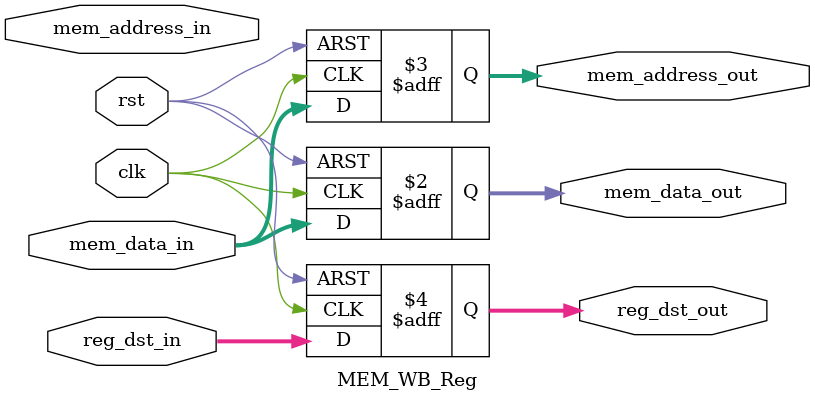
<source format=sv>


module IF_ID_Reg(input clk, rst, flush, stall, input[31:0] instruction_in, next_pc_in, 
	output logic[31:0] instruction_out, next_pc_out);
	always@(posedge clk, posedge rst) begin
		if (rst || flush) begin instruction_out <=0;
			next_pc_out <= 0;
		end
		else if (~stall) begin
			instruction_out <= instruction_in;
			next_pc_out <= next_pc_in;
		end
	end
endmodule // IF_ID_Reg


//******************************************** ID/EX *****************************************************************

module ID_EX_Reg(input clk, rst, input[31:0] next_pc_in, data_1_in, data_2_in, sign_extended_address, 
				input[4:0] instr20_16_in, instr15_11_in, output logic[31:0] next_pc_out, data_1_out, data_2_out, 
				output logic[4:0] instr20_16_out, instr15_11_out);
	
	always @(posedge clk, rst) begin
		if (rst) begin
			next_pc_out <= 0; 
			data_1_out <= 0;
			data_2_out <= 0;
			instr20_16_out <= 0;
			instr15_11_out <= 0;
		end
		else begin
			next_pc_out <= next_pc_in;
			data_1_out <= data_1_in;
			data_2_out <= data_2_in;
			instr20_16_out <= instr20_16_in;
			instr15_11_out <= instr15_11_in;
		end
	end
endmodule


//*********************************************** EX/MEM ***************************************************************

module EX_MEM_Reg(input clk, rst, zero, input[31:0] Alu_res_in, mem_write_data_in, mem_address_in, next_pc_in, 
				input[4:0] reg_dst_in, output logic[31:0] Alu_res_out , mem_write_data_out, mem_address_out, next_pc_out);
	
	always @(posedge clk, rst) begin
		if (rst) begin
			Alu_res_out <= 0 ;
			mem_write_data_out <= 0;
			mem_address_out <= 0;
			next_pc_out <= 0;
		end // if (rst)
		else begin
			Alu_res_out <= Alu_res_in;
			mem_write_data_out <= mem_write_data_in;
			mem_address_out <= mem_address_in;
			next_pc_out <= next_pc_in;
		end 
	end
endmodule

//*********************************************** MEM/WB *******************************************************************

module MEM_WB_Reg(input clk, rst, input[31:0] mem_data_in, mem_address_in, input[4:0] reg_dst_in, 
				output logic[31:0] mem_data_out, mem_address_out, output logic[4:0] reg_dst_out);
	
	always @(posedge clk, posedge rst) begin
		if(rst) begin
				mem_data_out <= 0;
				mem_address_out <= 0;
				reg_dst_out <= 0;
		end
		else begin
			mem_data_out <= mem_data_in;
			mem_address_out <= mem_data_in;
			reg_dst_out <= reg_dst_in;
		end
	end

endmodule

</source>
